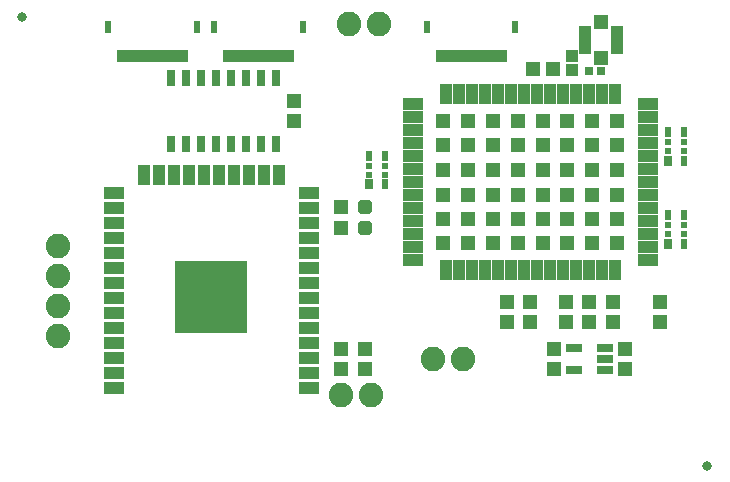
<source format=gts>
G04 EAGLE Gerber RS-274X export*
G75*
%MOMM*%
%FSLAX34Y34*%
%LPD*%
%INSoldermask Top*%
%IPPOS*%
%AMOC8*
5,1,8,0,0,1.08239X$1,22.5*%
G01*
%ADD10C,0.838200*%
%ADD11C,0.505344*%
%ADD12R,1.203200X1.303200*%
%ADD13R,1.103200X1.053200*%
%ADD14R,1.303200X1.203200*%
%ADD15R,0.803200X0.803200*%
%ADD16R,1.053200X1.723200*%
%ADD17R,1.723200X1.053200*%
%ADD18R,1.303200X1.303200*%
%ADD19R,0.620000X0.840000*%
%ADD20R,0.620000X0.560000*%
%ADD21R,0.640000X0.840000*%
%ADD22R,1.703200X1.103200*%
%ADD23R,1.103200X1.703200*%
%ADD24R,6.203200X6.203200*%
%ADD25C,2.082800*%
%ADD26R,1.053200X2.403200*%
%ADD27R,1.203200X1.253200*%
%ADD28R,0.803200X1.403200*%
%ADD29R,0.503200X1.003200*%
%ADD30R,0.603200X1.003200*%
%ADD31R,1.403200X0.753200*%


D10*
X590000Y10000D03*
X10000Y390000D03*
D11*
X296510Y225280D02*
X303490Y225280D01*
X296510Y225280D02*
X296510Y232260D01*
X303490Y232260D01*
X303490Y225280D01*
X303490Y230080D02*
X296510Y230080D01*
X296510Y207740D02*
X303490Y207740D01*
X296510Y207740D02*
X296510Y214720D01*
X303490Y214720D01*
X303490Y207740D01*
X303490Y212540D02*
X296510Y212540D01*
D12*
X280000Y211500D03*
X280000Y228500D03*
X510000Y131500D03*
X510000Y148500D03*
X490000Y131500D03*
X490000Y148500D03*
D13*
X475000Y345200D03*
X475000Y356800D03*
D14*
X459500Y346000D03*
X442500Y346000D03*
D12*
X470000Y131500D03*
X470000Y148500D03*
D15*
X500000Y344000D03*
X490000Y344000D03*
D16*
X511500Y324500D03*
X500500Y324500D03*
X489500Y324500D03*
X478500Y324500D03*
X467500Y324500D03*
X456500Y324500D03*
X445500Y324500D03*
X434500Y324500D03*
X423500Y324500D03*
X412500Y324500D03*
X401500Y324500D03*
X390500Y324500D03*
X379500Y324500D03*
X368500Y324500D03*
D17*
X340500Y316000D03*
X340500Y305000D03*
X340500Y294000D03*
X340500Y283000D03*
X340500Y272000D03*
X340500Y261000D03*
X340500Y250000D03*
X340500Y239000D03*
X340500Y228000D03*
X340500Y217000D03*
X340500Y206000D03*
X340500Y195000D03*
X340500Y184000D03*
D16*
X368500Y175500D03*
X379500Y175500D03*
X390500Y175500D03*
X401500Y175500D03*
X412500Y175500D03*
X423500Y175500D03*
X434500Y175500D03*
X445500Y175500D03*
X456500Y175500D03*
X467500Y175500D03*
X478500Y175500D03*
X489500Y175500D03*
X500500Y175500D03*
X511500Y175500D03*
D17*
X539500Y184000D03*
X539500Y195000D03*
X539500Y206000D03*
X539500Y217000D03*
X539500Y228000D03*
X539500Y239000D03*
X539500Y250000D03*
X539500Y261000D03*
X539500Y272000D03*
X539500Y283000D03*
X539500Y294000D03*
X539500Y305000D03*
X539500Y316000D03*
D18*
X450500Y260500D03*
X471500Y260500D03*
X492500Y260500D03*
X513500Y260500D03*
X450500Y281000D03*
X471500Y281000D03*
X492500Y281000D03*
X513500Y281000D03*
X450500Y301500D03*
X471500Y301500D03*
X492500Y301500D03*
X513500Y301500D03*
X450500Y198500D03*
X471500Y198500D03*
X492500Y198500D03*
X513500Y198500D03*
X450500Y219000D03*
X471500Y219000D03*
X492500Y219000D03*
X513500Y219000D03*
X450500Y239500D03*
X471500Y239500D03*
X492500Y239500D03*
X513500Y239500D03*
X429500Y239500D03*
X408500Y239500D03*
X387500Y239500D03*
X366500Y239500D03*
X429500Y219000D03*
X408500Y219000D03*
X387500Y219000D03*
X366500Y219000D03*
X429500Y198500D03*
X408500Y198500D03*
X387500Y198500D03*
X366500Y198500D03*
X429500Y301500D03*
X408500Y301500D03*
X387500Y301500D03*
X366500Y301500D03*
X429500Y281000D03*
X408500Y281000D03*
X387500Y281000D03*
X366500Y281000D03*
X429500Y260500D03*
X408500Y260500D03*
X387500Y260500D03*
X366500Y260500D03*
D12*
X420000Y148500D03*
X420000Y131500D03*
X440000Y131500D03*
X440000Y148500D03*
D19*
X569900Y222000D03*
D20*
X569900Y214000D03*
X569900Y206000D03*
D19*
X556700Y222000D03*
D20*
X556700Y214000D03*
X556700Y206000D03*
D21*
X556800Y198000D03*
D19*
X569900Y198000D03*
X569900Y292000D03*
D20*
X569900Y284000D03*
X569900Y276000D03*
D19*
X556700Y292000D03*
D20*
X556700Y284000D03*
X556700Y276000D03*
D21*
X556800Y268000D03*
D19*
X569900Y268000D03*
D12*
X550000Y148500D03*
X550000Y131500D03*
X300000Y91500D03*
X300000Y108500D03*
X280000Y91500D03*
X280000Y108500D03*
D22*
X252380Y75700D03*
X252380Y88400D03*
X252380Y101100D03*
X252380Y113800D03*
X252380Y126500D03*
X252380Y139200D03*
X252380Y151900D03*
X252380Y164600D03*
X252380Y177300D03*
X252380Y190000D03*
X252380Y202700D03*
X252380Y215400D03*
X252380Y228100D03*
X252380Y240800D03*
D23*
X227150Y255700D03*
X214450Y255700D03*
X201750Y255700D03*
X189050Y255700D03*
X176350Y255700D03*
X163650Y255700D03*
X150950Y255700D03*
X138250Y255700D03*
X125550Y255700D03*
X112850Y255700D03*
D22*
X87620Y240800D03*
X87620Y228100D03*
X87620Y215400D03*
X87620Y202700D03*
X87620Y190000D03*
X87620Y177300D03*
X87620Y164600D03*
X87620Y151900D03*
X87620Y139200D03*
X87620Y126500D03*
X87620Y113800D03*
X87620Y101100D03*
X87620Y88400D03*
X87620Y75700D03*
D24*
X170000Y152700D03*
D19*
X316900Y272000D03*
D20*
X316900Y264000D03*
X316900Y256000D03*
D19*
X303700Y272000D03*
D20*
X303700Y264000D03*
X303700Y256000D03*
D21*
X303800Y248000D03*
D19*
X316900Y248000D03*
D25*
X280000Y70000D03*
X305400Y70000D03*
D12*
X520000Y91500D03*
X520000Y108500D03*
X460000Y108500D03*
X460000Y91500D03*
D26*
X513750Y370000D03*
X486250Y370000D03*
D27*
X500000Y354750D03*
X500000Y385250D03*
D25*
X382700Y100000D03*
X357300Y100000D03*
D28*
X224450Y338000D03*
X211750Y338000D03*
X199050Y338000D03*
X186350Y338000D03*
X173650Y338000D03*
X160950Y338000D03*
X148250Y338000D03*
X135550Y338000D03*
X135550Y282000D03*
X148250Y282000D03*
X160950Y282000D03*
X173650Y282000D03*
X186350Y282000D03*
X199050Y282000D03*
X211750Y282000D03*
X224450Y282000D03*
D12*
X240100Y301500D03*
X240100Y318500D03*
D29*
X147500Y356500D03*
X142500Y356500D03*
D30*
X157500Y381500D03*
X82500Y381500D03*
D29*
X137500Y356500D03*
X132500Y356500D03*
X127500Y356500D03*
X122500Y356500D03*
X117500Y356500D03*
X112500Y356500D03*
X107500Y356500D03*
X102500Y356500D03*
X97500Y356500D03*
X92500Y356500D03*
X237500Y356500D03*
X232500Y356500D03*
D30*
X247500Y381500D03*
X172500Y381500D03*
D29*
X227500Y356500D03*
X222500Y356500D03*
X217500Y356500D03*
X212500Y356500D03*
X207500Y356500D03*
X202500Y356500D03*
X197500Y356500D03*
X192500Y356500D03*
X187500Y356500D03*
X182500Y356500D03*
D31*
X503001Y90500D03*
X503001Y100000D03*
X503001Y109500D03*
X476999Y109500D03*
X476999Y90500D03*
D25*
X40000Y120000D03*
X40000Y145400D03*
X40000Y170800D03*
X40000Y196200D03*
X287000Y384000D03*
X312400Y384000D03*
D29*
X417500Y356500D03*
X412500Y356500D03*
D30*
X427500Y381500D03*
X352500Y381500D03*
D29*
X407500Y356500D03*
X402500Y356500D03*
X397500Y356500D03*
X392500Y356500D03*
X387500Y356500D03*
X382500Y356500D03*
X377500Y356500D03*
X372500Y356500D03*
X367500Y356500D03*
X362500Y356500D03*
M02*

</source>
